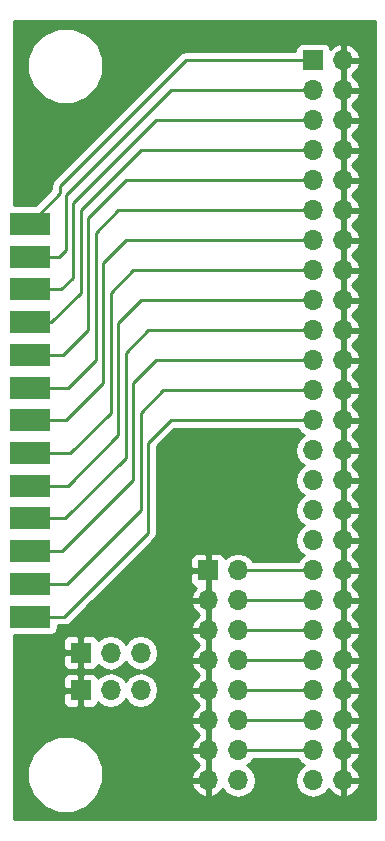
<source format=gbl>
G04 #@! TF.FileFunction,Copper,L2,Bot,Signal*
%FSLAX46Y46*%
G04 Gerber Fmt 4.6, Leading zero omitted, Abs format (unit mm)*
G04 Created by KiCad (PCBNEW 4.0.7) date Mon Nov 20 01:04:48 2017*
%MOMM*%
%LPD*%
G01*
G04 APERTURE LIST*
%ADD10C,0.100000*%
%ADD11R,3.480000X1.846667*%
%ADD12R,1.700000X1.700000*%
%ADD13O,1.700000X1.700000*%
%ADD14C,0.250000*%
%ADD15C,0.254000*%
G04 APERTURE END LIST*
D10*
D11*
X76980000Y-96410000D03*
X76980000Y-99180000D03*
X76980000Y-101950000D03*
X76980000Y-104720000D03*
X76980000Y-107490000D03*
X76980000Y-110260000D03*
X76980000Y-113030000D03*
X76980000Y-115800000D03*
X76980000Y-118570000D03*
X76980000Y-121340000D03*
X76980000Y-124110000D03*
X76980000Y-126880000D03*
X76980000Y-129650000D03*
D12*
X100965000Y-82550000D03*
D13*
X103505000Y-82550000D03*
X100965000Y-85090000D03*
X103505000Y-85090000D03*
X100965000Y-87630000D03*
X103505000Y-87630000D03*
X100965000Y-90170000D03*
X103505000Y-90170000D03*
X100965000Y-92710000D03*
X103505000Y-92710000D03*
X100965000Y-95250000D03*
X103505000Y-95250000D03*
X100965000Y-97790000D03*
X103505000Y-97790000D03*
X100965000Y-100330000D03*
X103505000Y-100330000D03*
X100965000Y-102870000D03*
X103505000Y-102870000D03*
X100965000Y-105410000D03*
X103505000Y-105410000D03*
X100965000Y-107950000D03*
X103505000Y-107950000D03*
X100965000Y-110490000D03*
X103505000Y-110490000D03*
X100965000Y-113030000D03*
X103505000Y-113030000D03*
X100965000Y-115570000D03*
X103505000Y-115570000D03*
X100965000Y-118110000D03*
X103505000Y-118110000D03*
X100965000Y-120650000D03*
X103505000Y-120650000D03*
X100965000Y-123190000D03*
X103505000Y-123190000D03*
X100965000Y-125730000D03*
X103505000Y-125730000D03*
X100965000Y-128270000D03*
X103505000Y-128270000D03*
X100965000Y-130810000D03*
X103505000Y-130810000D03*
X100965000Y-133350000D03*
X103505000Y-133350000D03*
X100965000Y-135890000D03*
X103505000Y-135890000D03*
X100965000Y-138430000D03*
X103505000Y-138430000D03*
X100965000Y-140970000D03*
X103505000Y-140970000D03*
X100965000Y-143510000D03*
X103505000Y-143510000D03*
D12*
X81280000Y-132715000D03*
D13*
X83820000Y-132715000D03*
X86360000Y-132715000D03*
D12*
X92075000Y-125730000D03*
D13*
X94615000Y-125730000D03*
X92075000Y-128270000D03*
X94615000Y-128270000D03*
X92075000Y-130810000D03*
X94615000Y-130810000D03*
X92075000Y-133350000D03*
X94615000Y-133350000D03*
X92075000Y-135890000D03*
X94615000Y-135890000D03*
X92075000Y-138430000D03*
X94615000Y-138430000D03*
X92075000Y-140970000D03*
X94615000Y-140970000D03*
X92075000Y-143510000D03*
X94615000Y-143510000D03*
D12*
X81280000Y-135890000D03*
D13*
X83820000Y-135890000D03*
X86360000Y-135890000D03*
D14*
X100965000Y-82550000D02*
X90170000Y-82550000D01*
X90170000Y-82550000D02*
X79559990Y-93160010D01*
X79559990Y-93160010D02*
X79559990Y-93795010D01*
X79559990Y-93795010D02*
X77470000Y-95885000D01*
X77470000Y-95885000D02*
X77470000Y-96410000D01*
X100965000Y-85090000D02*
X88900000Y-85090000D01*
X88900000Y-85090000D02*
X80010000Y-93980000D01*
X80010000Y-93980000D02*
X80010000Y-98630000D01*
X80010000Y-98630000D02*
X79460000Y-99180000D01*
X79460000Y-99180000D02*
X77470000Y-99180000D01*
X87630000Y-87630000D02*
X80645000Y-94615000D01*
X80645000Y-94615000D02*
X80645000Y-100965000D01*
X100965000Y-87630000D02*
X87630000Y-87630000D01*
X80645000Y-100965000D02*
X79660000Y-101950000D01*
X79660000Y-101950000D02*
X77470000Y-101950000D01*
X99762919Y-90170000D02*
X100965000Y-90170000D01*
X81280000Y-102235000D02*
X81280000Y-95250000D01*
X77470000Y-104720000D02*
X78795000Y-104720000D01*
X78795000Y-104720000D02*
X81280000Y-102235000D01*
X81280000Y-95250000D02*
X86360000Y-90170000D01*
X86360000Y-90170000D02*
X99762919Y-90170000D01*
X77470000Y-107490000D02*
X79835000Y-107490000D01*
X79835000Y-107490000D02*
X81915000Y-105410000D01*
X81915000Y-105410000D02*
X81915000Y-95885000D01*
X81915000Y-95885000D02*
X85090000Y-92710000D01*
X85090000Y-92710000D02*
X99762919Y-92710000D01*
X99762919Y-92710000D02*
X100965000Y-92710000D01*
X77470000Y-110260000D02*
X80240000Y-110260000D01*
X80240000Y-110260000D02*
X82550000Y-107950000D01*
X82550000Y-107950000D02*
X82550000Y-97155000D01*
X84455000Y-95250000D02*
X88265000Y-95250000D01*
X82550000Y-97155000D02*
X84455000Y-95250000D01*
X88265000Y-95250000D02*
X100965000Y-95250000D01*
X77470000Y-113030000D02*
X80010000Y-113030000D01*
X80010000Y-113030000D02*
X83185000Y-109855000D01*
X83185000Y-109855000D02*
X83185000Y-99695000D01*
X83185000Y-99695000D02*
X85090000Y-97790000D01*
X85090000Y-97790000D02*
X88265000Y-97790000D01*
X88265000Y-97790000D02*
X100965000Y-97790000D01*
X77470000Y-115800000D02*
X80415000Y-115800000D01*
X80415000Y-115800000D02*
X83820000Y-112395000D01*
X83820000Y-112395000D02*
X83820000Y-102235000D01*
X83820000Y-102235000D02*
X85725000Y-100330000D01*
X85725000Y-100330000D02*
X88265000Y-100330000D01*
X88265000Y-100330000D02*
X100965000Y-100330000D01*
X88265000Y-102870000D02*
X100965000Y-102870000D01*
X88265000Y-102870000D02*
X86360000Y-102870000D01*
X80185000Y-118570000D02*
X77470000Y-118570000D01*
X84455000Y-114300000D02*
X80185000Y-118570000D01*
X84455000Y-104775000D02*
X84455000Y-114300000D01*
X86360000Y-102870000D02*
X84455000Y-104775000D01*
X88265000Y-105410000D02*
X100965000Y-105410000D01*
X88265000Y-105410000D02*
X86995000Y-105410000D01*
X86995000Y-105410000D02*
X85090000Y-107315000D01*
X85090000Y-107315000D02*
X85090000Y-116205000D01*
X85090000Y-116205000D02*
X79955000Y-121340000D01*
X79955000Y-121340000D02*
X77470000Y-121340000D01*
X88265000Y-107950000D02*
X100965000Y-107950000D01*
X88265000Y-107950000D02*
X87630000Y-107950000D01*
X87630000Y-107950000D02*
X85725000Y-109855000D01*
X85725000Y-109855000D02*
X85725000Y-118110000D01*
X85725000Y-118110000D02*
X79725000Y-124110000D01*
X79725000Y-124110000D02*
X77470000Y-124110000D01*
X88265000Y-110490000D02*
X100965000Y-110490000D01*
X88265000Y-110490000D02*
X86360000Y-112395000D01*
X80130000Y-126880000D02*
X77470000Y-126880000D01*
X86360000Y-120650000D02*
X80130000Y-126880000D01*
X86360000Y-112395000D02*
X86360000Y-120650000D01*
X88900000Y-113030000D02*
X100164002Y-113030000D01*
X100164002Y-113030000D02*
X100965000Y-113030000D01*
X88900000Y-113030000D02*
X86995000Y-114935000D01*
X79900000Y-129650000D02*
X77470000Y-129650000D01*
X86995000Y-122555000D02*
X79900000Y-129650000D01*
X86995000Y-114935000D02*
X86995000Y-122555000D01*
X94615000Y-125730000D02*
X100965000Y-125730000D01*
X94615000Y-128270000D02*
X100965000Y-128270000D01*
X94615000Y-130810000D02*
X100965000Y-130810000D01*
X94615000Y-133350000D02*
X100965000Y-133350000D01*
X94615000Y-135890000D02*
X100965000Y-135890000D01*
X94615000Y-138430000D02*
X100965000Y-138430000D01*
X94615000Y-140970000D02*
X100965000Y-140970000D01*
D15*
G36*
X106206500Y-146832500D02*
X75626500Y-146832500D01*
X75626500Y-143669074D01*
X76752441Y-143669074D01*
X77242687Y-144855561D01*
X78149664Y-145764123D01*
X79335294Y-146256439D01*
X80619074Y-146257559D01*
X81805561Y-145767313D01*
X82714123Y-144860336D01*
X83126637Y-143866890D01*
X90633524Y-143866890D01*
X90803355Y-144276924D01*
X91193642Y-144705183D01*
X91718108Y-144951486D01*
X91948000Y-144830819D01*
X91948000Y-143637000D01*
X90754845Y-143637000D01*
X90633524Y-143866890D01*
X83126637Y-143866890D01*
X83206439Y-143674706D01*
X83207559Y-142390926D01*
X82767909Y-141326890D01*
X90633524Y-141326890D01*
X90803355Y-141736924D01*
X91193642Y-142165183D01*
X91352954Y-142240000D01*
X91193642Y-142314817D01*
X90803355Y-142743076D01*
X90633524Y-143153110D01*
X90754845Y-143383000D01*
X91948000Y-143383000D01*
X91948000Y-141097000D01*
X90754845Y-141097000D01*
X90633524Y-141326890D01*
X82767909Y-141326890D01*
X82717313Y-141204439D01*
X81810336Y-140295877D01*
X80624706Y-139803561D01*
X79340926Y-139802441D01*
X78154439Y-140292687D01*
X77245877Y-141199664D01*
X76753561Y-142385294D01*
X76752441Y-143669074D01*
X75626500Y-143669074D01*
X75626500Y-138786890D01*
X90633524Y-138786890D01*
X90803355Y-139196924D01*
X91193642Y-139625183D01*
X91352954Y-139700000D01*
X91193642Y-139774817D01*
X90803355Y-140203076D01*
X90633524Y-140613110D01*
X90754845Y-140843000D01*
X91948000Y-140843000D01*
X91948000Y-138557000D01*
X90754845Y-138557000D01*
X90633524Y-138786890D01*
X75626500Y-138786890D01*
X75626500Y-136175750D01*
X79795000Y-136175750D01*
X79795000Y-136866309D01*
X79891673Y-137099698D01*
X80070301Y-137278327D01*
X80303690Y-137375000D01*
X80994250Y-137375000D01*
X81153000Y-137216250D01*
X81153000Y-136017000D01*
X79953750Y-136017000D01*
X79795000Y-136175750D01*
X75626500Y-136175750D01*
X75626500Y-134913691D01*
X79795000Y-134913691D01*
X79795000Y-135604250D01*
X79953750Y-135763000D01*
X81153000Y-135763000D01*
X81153000Y-134563750D01*
X81407000Y-134563750D01*
X81407000Y-135763000D01*
X81427000Y-135763000D01*
X81427000Y-136017000D01*
X81407000Y-136017000D01*
X81407000Y-137216250D01*
X81565750Y-137375000D01*
X82256310Y-137375000D01*
X82489699Y-137278327D01*
X82668327Y-137099698D01*
X82740597Y-136925223D01*
X82769946Y-136969147D01*
X83251715Y-137291054D01*
X83820000Y-137404093D01*
X84388285Y-137291054D01*
X84870054Y-136969147D01*
X85090000Y-136639974D01*
X85309946Y-136969147D01*
X85791715Y-137291054D01*
X86360000Y-137404093D01*
X86928285Y-137291054D01*
X87410054Y-136969147D01*
X87731961Y-136487378D01*
X87779797Y-136246890D01*
X90633524Y-136246890D01*
X90803355Y-136656924D01*
X91193642Y-137085183D01*
X91352954Y-137160000D01*
X91193642Y-137234817D01*
X90803355Y-137663076D01*
X90633524Y-138073110D01*
X90754845Y-138303000D01*
X91948000Y-138303000D01*
X91948000Y-136017000D01*
X90754845Y-136017000D01*
X90633524Y-136246890D01*
X87779797Y-136246890D01*
X87845000Y-135919093D01*
X87845000Y-135860907D01*
X87731961Y-135292622D01*
X87410054Y-134810853D01*
X86928285Y-134488946D01*
X86360000Y-134375907D01*
X85791715Y-134488946D01*
X85309946Y-134810853D01*
X85090000Y-135140026D01*
X84870054Y-134810853D01*
X84388285Y-134488946D01*
X83820000Y-134375907D01*
X83251715Y-134488946D01*
X82769946Y-134810853D01*
X82740597Y-134854777D01*
X82668327Y-134680302D01*
X82489699Y-134501673D01*
X82256310Y-134405000D01*
X81565750Y-134405000D01*
X81407000Y-134563750D01*
X81153000Y-134563750D01*
X80994250Y-134405000D01*
X80303690Y-134405000D01*
X80070301Y-134501673D01*
X79891673Y-134680302D01*
X79795000Y-134913691D01*
X75626500Y-134913691D01*
X75626500Y-133000750D01*
X79795000Y-133000750D01*
X79795000Y-133691309D01*
X79891673Y-133924698D01*
X80070301Y-134103327D01*
X80303690Y-134200000D01*
X80994250Y-134200000D01*
X81153000Y-134041250D01*
X81153000Y-132842000D01*
X79953750Y-132842000D01*
X79795000Y-133000750D01*
X75626500Y-133000750D01*
X75626500Y-131738691D01*
X79795000Y-131738691D01*
X79795000Y-132429250D01*
X79953750Y-132588000D01*
X81153000Y-132588000D01*
X81153000Y-131388750D01*
X81407000Y-131388750D01*
X81407000Y-132588000D01*
X81427000Y-132588000D01*
X81427000Y-132842000D01*
X81407000Y-132842000D01*
X81407000Y-134041250D01*
X81565750Y-134200000D01*
X82256310Y-134200000D01*
X82489699Y-134103327D01*
X82668327Y-133924698D01*
X82740597Y-133750223D01*
X82769946Y-133794147D01*
X83251715Y-134116054D01*
X83820000Y-134229093D01*
X84388285Y-134116054D01*
X84870054Y-133794147D01*
X85090000Y-133464974D01*
X85309946Y-133794147D01*
X85791715Y-134116054D01*
X86360000Y-134229093D01*
X86928285Y-134116054D01*
X87410054Y-133794147D01*
X87468357Y-133706890D01*
X90633524Y-133706890D01*
X90803355Y-134116924D01*
X91193642Y-134545183D01*
X91352954Y-134620000D01*
X91193642Y-134694817D01*
X90803355Y-135123076D01*
X90633524Y-135533110D01*
X90754845Y-135763000D01*
X91948000Y-135763000D01*
X91948000Y-133477000D01*
X90754845Y-133477000D01*
X90633524Y-133706890D01*
X87468357Y-133706890D01*
X87731961Y-133312378D01*
X87845000Y-132744093D01*
X87845000Y-132685907D01*
X87731961Y-132117622D01*
X87410054Y-131635853D01*
X86928285Y-131313946D01*
X86360000Y-131200907D01*
X85791715Y-131313946D01*
X85309946Y-131635853D01*
X85090000Y-131965026D01*
X84870054Y-131635853D01*
X84388285Y-131313946D01*
X83820000Y-131200907D01*
X83251715Y-131313946D01*
X82769946Y-131635853D01*
X82740597Y-131679777D01*
X82668327Y-131505302D01*
X82489699Y-131326673D01*
X82256310Y-131230000D01*
X81565750Y-131230000D01*
X81407000Y-131388750D01*
X81153000Y-131388750D01*
X80994250Y-131230000D01*
X80303690Y-131230000D01*
X80070301Y-131326673D01*
X79891673Y-131505302D01*
X79795000Y-131738691D01*
X75626500Y-131738691D01*
X75626500Y-131220773D01*
X78720000Y-131220773D01*
X78955317Y-131176495D01*
X78970243Y-131166890D01*
X90633524Y-131166890D01*
X90803355Y-131576924D01*
X91193642Y-132005183D01*
X91352954Y-132080000D01*
X91193642Y-132154817D01*
X90803355Y-132583076D01*
X90633524Y-132993110D01*
X90754845Y-133223000D01*
X91948000Y-133223000D01*
X91948000Y-130937000D01*
X90754845Y-130937000D01*
X90633524Y-131166890D01*
X78970243Y-131166890D01*
X79171441Y-131037423D01*
X79316431Y-130825223D01*
X79367440Y-130573333D01*
X79367440Y-130410000D01*
X79900000Y-130410000D01*
X80190839Y-130352148D01*
X80437401Y-130187401D01*
X81997912Y-128626890D01*
X90633524Y-128626890D01*
X90803355Y-129036924D01*
X91193642Y-129465183D01*
X91352954Y-129540000D01*
X91193642Y-129614817D01*
X90803355Y-130043076D01*
X90633524Y-130453110D01*
X90754845Y-130683000D01*
X91948000Y-130683000D01*
X91948000Y-128397000D01*
X90754845Y-128397000D01*
X90633524Y-128626890D01*
X81997912Y-128626890D01*
X84609052Y-126015750D01*
X90590000Y-126015750D01*
X90590000Y-126706310D01*
X90686673Y-126939699D01*
X90865302Y-127118327D01*
X91074878Y-127205136D01*
X90803355Y-127503076D01*
X90633524Y-127913110D01*
X90754845Y-128143000D01*
X91948000Y-128143000D01*
X91948000Y-125857000D01*
X90748750Y-125857000D01*
X90590000Y-126015750D01*
X84609052Y-126015750D01*
X85871112Y-124753690D01*
X90590000Y-124753690D01*
X90590000Y-125444250D01*
X90748750Y-125603000D01*
X91948000Y-125603000D01*
X91948000Y-124403750D01*
X91789250Y-124245000D01*
X91098691Y-124245000D01*
X90865302Y-124341673D01*
X90686673Y-124520301D01*
X90590000Y-124753690D01*
X85871112Y-124753690D01*
X87532401Y-123092401D01*
X87697148Y-122845840D01*
X87755000Y-122555000D01*
X87755000Y-115249802D01*
X89214802Y-113790000D01*
X99692046Y-113790000D01*
X99885853Y-114080054D01*
X100215026Y-114300000D01*
X99885853Y-114519946D01*
X99563946Y-115001715D01*
X99450907Y-115570000D01*
X99563946Y-116138285D01*
X99885853Y-116620054D01*
X100215026Y-116840000D01*
X99885853Y-117059946D01*
X99563946Y-117541715D01*
X99450907Y-118110000D01*
X99563946Y-118678285D01*
X99885853Y-119160054D01*
X100215026Y-119380000D01*
X99885853Y-119599946D01*
X99563946Y-120081715D01*
X99450907Y-120650000D01*
X99563946Y-121218285D01*
X99885853Y-121700054D01*
X100215026Y-121920000D01*
X99885853Y-122139946D01*
X99563946Y-122621715D01*
X99450907Y-123190000D01*
X99563946Y-123758285D01*
X99885853Y-124240054D01*
X100215026Y-124460000D01*
X99885853Y-124679946D01*
X99692046Y-124970000D01*
X95887954Y-124970000D01*
X95694147Y-124679946D01*
X95212378Y-124358039D01*
X94644093Y-124245000D01*
X94585907Y-124245000D01*
X94017622Y-124358039D01*
X93535853Y-124679946D01*
X93531903Y-124685858D01*
X93463327Y-124520301D01*
X93284698Y-124341673D01*
X93051309Y-124245000D01*
X92360750Y-124245000D01*
X92202000Y-124403750D01*
X92202000Y-125603000D01*
X92222000Y-125603000D01*
X92222000Y-125857000D01*
X92202000Y-125857000D01*
X92202000Y-128143000D01*
X92222000Y-128143000D01*
X92222000Y-128397000D01*
X92202000Y-128397000D01*
X92202000Y-130683000D01*
X92222000Y-130683000D01*
X92222000Y-130937000D01*
X92202000Y-130937000D01*
X92202000Y-133223000D01*
X92222000Y-133223000D01*
X92222000Y-133477000D01*
X92202000Y-133477000D01*
X92202000Y-135763000D01*
X92222000Y-135763000D01*
X92222000Y-136017000D01*
X92202000Y-136017000D01*
X92202000Y-138303000D01*
X92222000Y-138303000D01*
X92222000Y-138557000D01*
X92202000Y-138557000D01*
X92202000Y-140843000D01*
X92222000Y-140843000D01*
X92222000Y-141097000D01*
X92202000Y-141097000D01*
X92202000Y-143383000D01*
X92222000Y-143383000D01*
X92222000Y-143637000D01*
X92202000Y-143637000D01*
X92202000Y-144830819D01*
X92431892Y-144951486D01*
X92956358Y-144705183D01*
X93346645Y-144276924D01*
X93346655Y-144276899D01*
X93535853Y-144560054D01*
X94017622Y-144881961D01*
X94585907Y-144995000D01*
X94644093Y-144995000D01*
X95212378Y-144881961D01*
X95694147Y-144560054D01*
X96016054Y-144078285D01*
X96129093Y-143510000D01*
X96016054Y-142941715D01*
X95694147Y-142459946D01*
X95364974Y-142240000D01*
X95694147Y-142020054D01*
X95887954Y-141730000D01*
X99692046Y-141730000D01*
X99885853Y-142020054D01*
X100215026Y-142240000D01*
X99885853Y-142459946D01*
X99563946Y-142941715D01*
X99450907Y-143510000D01*
X99563946Y-144078285D01*
X99885853Y-144560054D01*
X100367622Y-144881961D01*
X100935907Y-144995000D01*
X100994093Y-144995000D01*
X101562378Y-144881961D01*
X102044147Y-144560054D01*
X102233345Y-144276899D01*
X102233355Y-144276924D01*
X102623642Y-144705183D01*
X103148108Y-144951486D01*
X103378000Y-144830819D01*
X103378000Y-143637000D01*
X103632000Y-143637000D01*
X103632000Y-144830819D01*
X103861892Y-144951486D01*
X104386358Y-144705183D01*
X104776645Y-144276924D01*
X104946476Y-143866890D01*
X104825155Y-143637000D01*
X103632000Y-143637000D01*
X103378000Y-143637000D01*
X103358000Y-143637000D01*
X103358000Y-143383000D01*
X103378000Y-143383000D01*
X103378000Y-141097000D01*
X103632000Y-141097000D01*
X103632000Y-143383000D01*
X104825155Y-143383000D01*
X104946476Y-143153110D01*
X104776645Y-142743076D01*
X104386358Y-142314817D01*
X104227046Y-142240000D01*
X104386358Y-142165183D01*
X104776645Y-141736924D01*
X104946476Y-141326890D01*
X104825155Y-141097000D01*
X103632000Y-141097000D01*
X103378000Y-141097000D01*
X103358000Y-141097000D01*
X103358000Y-140843000D01*
X103378000Y-140843000D01*
X103378000Y-138557000D01*
X103632000Y-138557000D01*
X103632000Y-140843000D01*
X104825155Y-140843000D01*
X104946476Y-140613110D01*
X104776645Y-140203076D01*
X104386358Y-139774817D01*
X104227046Y-139700000D01*
X104386358Y-139625183D01*
X104776645Y-139196924D01*
X104946476Y-138786890D01*
X104825155Y-138557000D01*
X103632000Y-138557000D01*
X103378000Y-138557000D01*
X103358000Y-138557000D01*
X103358000Y-138303000D01*
X103378000Y-138303000D01*
X103378000Y-136017000D01*
X103632000Y-136017000D01*
X103632000Y-138303000D01*
X104825155Y-138303000D01*
X104946476Y-138073110D01*
X104776645Y-137663076D01*
X104386358Y-137234817D01*
X104227046Y-137160000D01*
X104386358Y-137085183D01*
X104776645Y-136656924D01*
X104946476Y-136246890D01*
X104825155Y-136017000D01*
X103632000Y-136017000D01*
X103378000Y-136017000D01*
X103358000Y-136017000D01*
X103358000Y-135763000D01*
X103378000Y-135763000D01*
X103378000Y-133477000D01*
X103632000Y-133477000D01*
X103632000Y-135763000D01*
X104825155Y-135763000D01*
X104946476Y-135533110D01*
X104776645Y-135123076D01*
X104386358Y-134694817D01*
X104227046Y-134620000D01*
X104386358Y-134545183D01*
X104776645Y-134116924D01*
X104946476Y-133706890D01*
X104825155Y-133477000D01*
X103632000Y-133477000D01*
X103378000Y-133477000D01*
X103358000Y-133477000D01*
X103358000Y-133223000D01*
X103378000Y-133223000D01*
X103378000Y-130937000D01*
X103632000Y-130937000D01*
X103632000Y-133223000D01*
X104825155Y-133223000D01*
X104946476Y-132993110D01*
X104776645Y-132583076D01*
X104386358Y-132154817D01*
X104227046Y-132080000D01*
X104386358Y-132005183D01*
X104776645Y-131576924D01*
X104946476Y-131166890D01*
X104825155Y-130937000D01*
X103632000Y-130937000D01*
X103378000Y-130937000D01*
X103358000Y-130937000D01*
X103358000Y-130683000D01*
X103378000Y-130683000D01*
X103378000Y-128397000D01*
X103632000Y-128397000D01*
X103632000Y-130683000D01*
X104825155Y-130683000D01*
X104946476Y-130453110D01*
X104776645Y-130043076D01*
X104386358Y-129614817D01*
X104227046Y-129540000D01*
X104386358Y-129465183D01*
X104776645Y-129036924D01*
X104946476Y-128626890D01*
X104825155Y-128397000D01*
X103632000Y-128397000D01*
X103378000Y-128397000D01*
X103358000Y-128397000D01*
X103358000Y-128143000D01*
X103378000Y-128143000D01*
X103378000Y-125857000D01*
X103632000Y-125857000D01*
X103632000Y-128143000D01*
X104825155Y-128143000D01*
X104946476Y-127913110D01*
X104776645Y-127503076D01*
X104386358Y-127074817D01*
X104227046Y-127000000D01*
X104386358Y-126925183D01*
X104776645Y-126496924D01*
X104946476Y-126086890D01*
X104825155Y-125857000D01*
X103632000Y-125857000D01*
X103378000Y-125857000D01*
X103358000Y-125857000D01*
X103358000Y-125603000D01*
X103378000Y-125603000D01*
X103378000Y-123317000D01*
X103632000Y-123317000D01*
X103632000Y-125603000D01*
X104825155Y-125603000D01*
X104946476Y-125373110D01*
X104776645Y-124963076D01*
X104386358Y-124534817D01*
X104227046Y-124460000D01*
X104386358Y-124385183D01*
X104776645Y-123956924D01*
X104946476Y-123546890D01*
X104825155Y-123317000D01*
X103632000Y-123317000D01*
X103378000Y-123317000D01*
X103358000Y-123317000D01*
X103358000Y-123063000D01*
X103378000Y-123063000D01*
X103378000Y-120777000D01*
X103632000Y-120777000D01*
X103632000Y-123063000D01*
X104825155Y-123063000D01*
X104946476Y-122833110D01*
X104776645Y-122423076D01*
X104386358Y-121994817D01*
X104227046Y-121920000D01*
X104386358Y-121845183D01*
X104776645Y-121416924D01*
X104946476Y-121006890D01*
X104825155Y-120777000D01*
X103632000Y-120777000D01*
X103378000Y-120777000D01*
X103358000Y-120777000D01*
X103358000Y-120523000D01*
X103378000Y-120523000D01*
X103378000Y-118237000D01*
X103632000Y-118237000D01*
X103632000Y-120523000D01*
X104825155Y-120523000D01*
X104946476Y-120293110D01*
X104776645Y-119883076D01*
X104386358Y-119454817D01*
X104227046Y-119380000D01*
X104386358Y-119305183D01*
X104776645Y-118876924D01*
X104946476Y-118466890D01*
X104825155Y-118237000D01*
X103632000Y-118237000D01*
X103378000Y-118237000D01*
X103358000Y-118237000D01*
X103358000Y-117983000D01*
X103378000Y-117983000D01*
X103378000Y-115697000D01*
X103632000Y-115697000D01*
X103632000Y-117983000D01*
X104825155Y-117983000D01*
X104946476Y-117753110D01*
X104776645Y-117343076D01*
X104386358Y-116914817D01*
X104227046Y-116840000D01*
X104386358Y-116765183D01*
X104776645Y-116336924D01*
X104946476Y-115926890D01*
X104825155Y-115697000D01*
X103632000Y-115697000D01*
X103378000Y-115697000D01*
X103358000Y-115697000D01*
X103358000Y-115443000D01*
X103378000Y-115443000D01*
X103378000Y-113157000D01*
X103632000Y-113157000D01*
X103632000Y-115443000D01*
X104825155Y-115443000D01*
X104946476Y-115213110D01*
X104776645Y-114803076D01*
X104386358Y-114374817D01*
X104227046Y-114300000D01*
X104386358Y-114225183D01*
X104776645Y-113796924D01*
X104946476Y-113386890D01*
X104825155Y-113157000D01*
X103632000Y-113157000D01*
X103378000Y-113157000D01*
X103358000Y-113157000D01*
X103358000Y-112903000D01*
X103378000Y-112903000D01*
X103378000Y-110617000D01*
X103632000Y-110617000D01*
X103632000Y-112903000D01*
X104825155Y-112903000D01*
X104946476Y-112673110D01*
X104776645Y-112263076D01*
X104386358Y-111834817D01*
X104227046Y-111760000D01*
X104386358Y-111685183D01*
X104776645Y-111256924D01*
X104946476Y-110846890D01*
X104825155Y-110617000D01*
X103632000Y-110617000D01*
X103378000Y-110617000D01*
X103358000Y-110617000D01*
X103358000Y-110363000D01*
X103378000Y-110363000D01*
X103378000Y-108077000D01*
X103632000Y-108077000D01*
X103632000Y-110363000D01*
X104825155Y-110363000D01*
X104946476Y-110133110D01*
X104776645Y-109723076D01*
X104386358Y-109294817D01*
X104227046Y-109220000D01*
X104386358Y-109145183D01*
X104776645Y-108716924D01*
X104946476Y-108306890D01*
X104825155Y-108077000D01*
X103632000Y-108077000D01*
X103378000Y-108077000D01*
X103358000Y-108077000D01*
X103358000Y-107823000D01*
X103378000Y-107823000D01*
X103378000Y-105537000D01*
X103632000Y-105537000D01*
X103632000Y-107823000D01*
X104825155Y-107823000D01*
X104946476Y-107593110D01*
X104776645Y-107183076D01*
X104386358Y-106754817D01*
X104227046Y-106680000D01*
X104386358Y-106605183D01*
X104776645Y-106176924D01*
X104946476Y-105766890D01*
X104825155Y-105537000D01*
X103632000Y-105537000D01*
X103378000Y-105537000D01*
X103358000Y-105537000D01*
X103358000Y-105283000D01*
X103378000Y-105283000D01*
X103378000Y-102997000D01*
X103632000Y-102997000D01*
X103632000Y-105283000D01*
X104825155Y-105283000D01*
X104946476Y-105053110D01*
X104776645Y-104643076D01*
X104386358Y-104214817D01*
X104227046Y-104140000D01*
X104386358Y-104065183D01*
X104776645Y-103636924D01*
X104946476Y-103226890D01*
X104825155Y-102997000D01*
X103632000Y-102997000D01*
X103378000Y-102997000D01*
X103358000Y-102997000D01*
X103358000Y-102743000D01*
X103378000Y-102743000D01*
X103378000Y-100457000D01*
X103632000Y-100457000D01*
X103632000Y-102743000D01*
X104825155Y-102743000D01*
X104946476Y-102513110D01*
X104776645Y-102103076D01*
X104386358Y-101674817D01*
X104227046Y-101600000D01*
X104386358Y-101525183D01*
X104776645Y-101096924D01*
X104946476Y-100686890D01*
X104825155Y-100457000D01*
X103632000Y-100457000D01*
X103378000Y-100457000D01*
X103358000Y-100457000D01*
X103358000Y-100203000D01*
X103378000Y-100203000D01*
X103378000Y-97917000D01*
X103632000Y-97917000D01*
X103632000Y-100203000D01*
X104825155Y-100203000D01*
X104946476Y-99973110D01*
X104776645Y-99563076D01*
X104386358Y-99134817D01*
X104227046Y-99060000D01*
X104386358Y-98985183D01*
X104776645Y-98556924D01*
X104946476Y-98146890D01*
X104825155Y-97917000D01*
X103632000Y-97917000D01*
X103378000Y-97917000D01*
X103358000Y-97917000D01*
X103358000Y-97663000D01*
X103378000Y-97663000D01*
X103378000Y-95377000D01*
X103632000Y-95377000D01*
X103632000Y-97663000D01*
X104825155Y-97663000D01*
X104946476Y-97433110D01*
X104776645Y-97023076D01*
X104386358Y-96594817D01*
X104227046Y-96520000D01*
X104386358Y-96445183D01*
X104776645Y-96016924D01*
X104946476Y-95606890D01*
X104825155Y-95377000D01*
X103632000Y-95377000D01*
X103378000Y-95377000D01*
X103358000Y-95377000D01*
X103358000Y-95123000D01*
X103378000Y-95123000D01*
X103378000Y-92837000D01*
X103632000Y-92837000D01*
X103632000Y-95123000D01*
X104825155Y-95123000D01*
X104946476Y-94893110D01*
X104776645Y-94483076D01*
X104386358Y-94054817D01*
X104227046Y-93980000D01*
X104386358Y-93905183D01*
X104776645Y-93476924D01*
X104946476Y-93066890D01*
X104825155Y-92837000D01*
X103632000Y-92837000D01*
X103378000Y-92837000D01*
X103358000Y-92837000D01*
X103358000Y-92583000D01*
X103378000Y-92583000D01*
X103378000Y-90297000D01*
X103632000Y-90297000D01*
X103632000Y-92583000D01*
X104825155Y-92583000D01*
X104946476Y-92353110D01*
X104776645Y-91943076D01*
X104386358Y-91514817D01*
X104227046Y-91440000D01*
X104386358Y-91365183D01*
X104776645Y-90936924D01*
X104946476Y-90526890D01*
X104825155Y-90297000D01*
X103632000Y-90297000D01*
X103378000Y-90297000D01*
X103358000Y-90297000D01*
X103358000Y-90043000D01*
X103378000Y-90043000D01*
X103378000Y-87757000D01*
X103632000Y-87757000D01*
X103632000Y-90043000D01*
X104825155Y-90043000D01*
X104946476Y-89813110D01*
X104776645Y-89403076D01*
X104386358Y-88974817D01*
X104227046Y-88900000D01*
X104386358Y-88825183D01*
X104776645Y-88396924D01*
X104946476Y-87986890D01*
X104825155Y-87757000D01*
X103632000Y-87757000D01*
X103378000Y-87757000D01*
X103358000Y-87757000D01*
X103358000Y-87503000D01*
X103378000Y-87503000D01*
X103378000Y-85217000D01*
X103632000Y-85217000D01*
X103632000Y-87503000D01*
X104825155Y-87503000D01*
X104946476Y-87273110D01*
X104776645Y-86863076D01*
X104386358Y-86434817D01*
X104227046Y-86360000D01*
X104386358Y-86285183D01*
X104776645Y-85856924D01*
X104946476Y-85446890D01*
X104825155Y-85217000D01*
X103632000Y-85217000D01*
X103378000Y-85217000D01*
X103358000Y-85217000D01*
X103358000Y-84963000D01*
X103378000Y-84963000D01*
X103378000Y-82677000D01*
X103632000Y-82677000D01*
X103632000Y-84963000D01*
X104825155Y-84963000D01*
X104946476Y-84733110D01*
X104776645Y-84323076D01*
X104386358Y-83894817D01*
X104227046Y-83820000D01*
X104386358Y-83745183D01*
X104776645Y-83316924D01*
X104946476Y-82906890D01*
X104825155Y-82677000D01*
X103632000Y-82677000D01*
X103378000Y-82677000D01*
X103358000Y-82677000D01*
X103358000Y-82423000D01*
X103378000Y-82423000D01*
X103378000Y-81229181D01*
X103632000Y-81229181D01*
X103632000Y-82423000D01*
X104825155Y-82423000D01*
X104946476Y-82193110D01*
X104776645Y-81783076D01*
X104386358Y-81354817D01*
X103861892Y-81108514D01*
X103632000Y-81229181D01*
X103378000Y-81229181D01*
X103148108Y-81108514D01*
X102623642Y-81354817D01*
X102436192Y-81560504D01*
X102418162Y-81464683D01*
X102279090Y-81248559D01*
X102066890Y-81103569D01*
X101815000Y-81052560D01*
X100115000Y-81052560D01*
X99879683Y-81096838D01*
X99663559Y-81235910D01*
X99518569Y-81448110D01*
X99467560Y-81700000D01*
X99467560Y-81790000D01*
X90170000Y-81790000D01*
X89879161Y-81847852D01*
X89632599Y-82012599D01*
X79022589Y-92622609D01*
X78857842Y-92869171D01*
X78799990Y-93160010D01*
X78799990Y-93480208D01*
X77440971Y-94839227D01*
X75626500Y-94839227D01*
X75626500Y-83669074D01*
X76752441Y-83669074D01*
X77242687Y-84855561D01*
X78149664Y-85764123D01*
X79335294Y-86256439D01*
X80619074Y-86257559D01*
X81805561Y-85767313D01*
X82714123Y-84860336D01*
X83206439Y-83674706D01*
X83207559Y-82390926D01*
X82717313Y-81204439D01*
X81810336Y-80295877D01*
X80624706Y-79803561D01*
X79340926Y-79802441D01*
X78154439Y-80292687D01*
X77245877Y-81199664D01*
X76753561Y-82385294D01*
X76752441Y-83669074D01*
X75626500Y-83669074D01*
X75626500Y-79252500D01*
X106206500Y-79252500D01*
X106206500Y-146832500D01*
X106206500Y-146832500D01*
G37*
X106206500Y-146832500D02*
X75626500Y-146832500D01*
X75626500Y-143669074D01*
X76752441Y-143669074D01*
X77242687Y-144855561D01*
X78149664Y-145764123D01*
X79335294Y-146256439D01*
X80619074Y-146257559D01*
X81805561Y-145767313D01*
X82714123Y-144860336D01*
X83126637Y-143866890D01*
X90633524Y-143866890D01*
X90803355Y-144276924D01*
X91193642Y-144705183D01*
X91718108Y-144951486D01*
X91948000Y-144830819D01*
X91948000Y-143637000D01*
X90754845Y-143637000D01*
X90633524Y-143866890D01*
X83126637Y-143866890D01*
X83206439Y-143674706D01*
X83207559Y-142390926D01*
X82767909Y-141326890D01*
X90633524Y-141326890D01*
X90803355Y-141736924D01*
X91193642Y-142165183D01*
X91352954Y-142240000D01*
X91193642Y-142314817D01*
X90803355Y-142743076D01*
X90633524Y-143153110D01*
X90754845Y-143383000D01*
X91948000Y-143383000D01*
X91948000Y-141097000D01*
X90754845Y-141097000D01*
X90633524Y-141326890D01*
X82767909Y-141326890D01*
X82717313Y-141204439D01*
X81810336Y-140295877D01*
X80624706Y-139803561D01*
X79340926Y-139802441D01*
X78154439Y-140292687D01*
X77245877Y-141199664D01*
X76753561Y-142385294D01*
X76752441Y-143669074D01*
X75626500Y-143669074D01*
X75626500Y-138786890D01*
X90633524Y-138786890D01*
X90803355Y-139196924D01*
X91193642Y-139625183D01*
X91352954Y-139700000D01*
X91193642Y-139774817D01*
X90803355Y-140203076D01*
X90633524Y-140613110D01*
X90754845Y-140843000D01*
X91948000Y-140843000D01*
X91948000Y-138557000D01*
X90754845Y-138557000D01*
X90633524Y-138786890D01*
X75626500Y-138786890D01*
X75626500Y-136175750D01*
X79795000Y-136175750D01*
X79795000Y-136866309D01*
X79891673Y-137099698D01*
X80070301Y-137278327D01*
X80303690Y-137375000D01*
X80994250Y-137375000D01*
X81153000Y-137216250D01*
X81153000Y-136017000D01*
X79953750Y-136017000D01*
X79795000Y-136175750D01*
X75626500Y-136175750D01*
X75626500Y-134913691D01*
X79795000Y-134913691D01*
X79795000Y-135604250D01*
X79953750Y-135763000D01*
X81153000Y-135763000D01*
X81153000Y-134563750D01*
X81407000Y-134563750D01*
X81407000Y-135763000D01*
X81427000Y-135763000D01*
X81427000Y-136017000D01*
X81407000Y-136017000D01*
X81407000Y-137216250D01*
X81565750Y-137375000D01*
X82256310Y-137375000D01*
X82489699Y-137278327D01*
X82668327Y-137099698D01*
X82740597Y-136925223D01*
X82769946Y-136969147D01*
X83251715Y-137291054D01*
X83820000Y-137404093D01*
X84388285Y-137291054D01*
X84870054Y-136969147D01*
X85090000Y-136639974D01*
X85309946Y-136969147D01*
X85791715Y-137291054D01*
X86360000Y-137404093D01*
X86928285Y-137291054D01*
X87410054Y-136969147D01*
X87731961Y-136487378D01*
X87779797Y-136246890D01*
X90633524Y-136246890D01*
X90803355Y-136656924D01*
X91193642Y-137085183D01*
X91352954Y-137160000D01*
X91193642Y-137234817D01*
X90803355Y-137663076D01*
X90633524Y-138073110D01*
X90754845Y-138303000D01*
X91948000Y-138303000D01*
X91948000Y-136017000D01*
X90754845Y-136017000D01*
X90633524Y-136246890D01*
X87779797Y-136246890D01*
X87845000Y-135919093D01*
X87845000Y-135860907D01*
X87731961Y-135292622D01*
X87410054Y-134810853D01*
X86928285Y-134488946D01*
X86360000Y-134375907D01*
X85791715Y-134488946D01*
X85309946Y-134810853D01*
X85090000Y-135140026D01*
X84870054Y-134810853D01*
X84388285Y-134488946D01*
X83820000Y-134375907D01*
X83251715Y-134488946D01*
X82769946Y-134810853D01*
X82740597Y-134854777D01*
X82668327Y-134680302D01*
X82489699Y-134501673D01*
X82256310Y-134405000D01*
X81565750Y-134405000D01*
X81407000Y-134563750D01*
X81153000Y-134563750D01*
X80994250Y-134405000D01*
X80303690Y-134405000D01*
X80070301Y-134501673D01*
X79891673Y-134680302D01*
X79795000Y-134913691D01*
X75626500Y-134913691D01*
X75626500Y-133000750D01*
X79795000Y-133000750D01*
X79795000Y-133691309D01*
X79891673Y-133924698D01*
X80070301Y-134103327D01*
X80303690Y-134200000D01*
X80994250Y-134200000D01*
X81153000Y-134041250D01*
X81153000Y-132842000D01*
X79953750Y-132842000D01*
X79795000Y-133000750D01*
X75626500Y-133000750D01*
X75626500Y-131738691D01*
X79795000Y-131738691D01*
X79795000Y-132429250D01*
X79953750Y-132588000D01*
X81153000Y-132588000D01*
X81153000Y-131388750D01*
X81407000Y-131388750D01*
X81407000Y-132588000D01*
X81427000Y-132588000D01*
X81427000Y-132842000D01*
X81407000Y-132842000D01*
X81407000Y-134041250D01*
X81565750Y-134200000D01*
X82256310Y-134200000D01*
X82489699Y-134103327D01*
X82668327Y-133924698D01*
X82740597Y-133750223D01*
X82769946Y-133794147D01*
X83251715Y-134116054D01*
X83820000Y-134229093D01*
X84388285Y-134116054D01*
X84870054Y-133794147D01*
X85090000Y-133464974D01*
X85309946Y-133794147D01*
X85791715Y-134116054D01*
X86360000Y-134229093D01*
X86928285Y-134116054D01*
X87410054Y-133794147D01*
X87468357Y-133706890D01*
X90633524Y-133706890D01*
X90803355Y-134116924D01*
X91193642Y-134545183D01*
X91352954Y-134620000D01*
X91193642Y-134694817D01*
X90803355Y-135123076D01*
X90633524Y-135533110D01*
X90754845Y-135763000D01*
X91948000Y-135763000D01*
X91948000Y-133477000D01*
X90754845Y-133477000D01*
X90633524Y-133706890D01*
X87468357Y-133706890D01*
X87731961Y-133312378D01*
X87845000Y-132744093D01*
X87845000Y-132685907D01*
X87731961Y-132117622D01*
X87410054Y-131635853D01*
X86928285Y-131313946D01*
X86360000Y-131200907D01*
X85791715Y-131313946D01*
X85309946Y-131635853D01*
X85090000Y-131965026D01*
X84870054Y-131635853D01*
X84388285Y-131313946D01*
X83820000Y-131200907D01*
X83251715Y-131313946D01*
X82769946Y-131635853D01*
X82740597Y-131679777D01*
X82668327Y-131505302D01*
X82489699Y-131326673D01*
X82256310Y-131230000D01*
X81565750Y-131230000D01*
X81407000Y-131388750D01*
X81153000Y-131388750D01*
X80994250Y-131230000D01*
X80303690Y-131230000D01*
X80070301Y-131326673D01*
X79891673Y-131505302D01*
X79795000Y-131738691D01*
X75626500Y-131738691D01*
X75626500Y-131220773D01*
X78720000Y-131220773D01*
X78955317Y-131176495D01*
X78970243Y-131166890D01*
X90633524Y-131166890D01*
X90803355Y-131576924D01*
X91193642Y-132005183D01*
X91352954Y-132080000D01*
X91193642Y-132154817D01*
X90803355Y-132583076D01*
X90633524Y-132993110D01*
X90754845Y-133223000D01*
X91948000Y-133223000D01*
X91948000Y-130937000D01*
X90754845Y-130937000D01*
X90633524Y-131166890D01*
X78970243Y-131166890D01*
X79171441Y-131037423D01*
X79316431Y-130825223D01*
X79367440Y-130573333D01*
X79367440Y-130410000D01*
X79900000Y-130410000D01*
X80190839Y-130352148D01*
X80437401Y-130187401D01*
X81997912Y-128626890D01*
X90633524Y-128626890D01*
X90803355Y-129036924D01*
X91193642Y-129465183D01*
X91352954Y-129540000D01*
X91193642Y-129614817D01*
X90803355Y-130043076D01*
X90633524Y-130453110D01*
X90754845Y-130683000D01*
X91948000Y-130683000D01*
X91948000Y-128397000D01*
X90754845Y-128397000D01*
X90633524Y-128626890D01*
X81997912Y-128626890D01*
X84609052Y-126015750D01*
X90590000Y-126015750D01*
X90590000Y-126706310D01*
X90686673Y-126939699D01*
X90865302Y-127118327D01*
X91074878Y-127205136D01*
X90803355Y-127503076D01*
X90633524Y-127913110D01*
X90754845Y-128143000D01*
X91948000Y-128143000D01*
X91948000Y-125857000D01*
X90748750Y-125857000D01*
X90590000Y-126015750D01*
X84609052Y-126015750D01*
X85871112Y-124753690D01*
X90590000Y-124753690D01*
X90590000Y-125444250D01*
X90748750Y-125603000D01*
X91948000Y-125603000D01*
X91948000Y-124403750D01*
X91789250Y-124245000D01*
X91098691Y-124245000D01*
X90865302Y-124341673D01*
X90686673Y-124520301D01*
X90590000Y-124753690D01*
X85871112Y-124753690D01*
X87532401Y-123092401D01*
X87697148Y-122845840D01*
X87755000Y-122555000D01*
X87755000Y-115249802D01*
X89214802Y-113790000D01*
X99692046Y-113790000D01*
X99885853Y-114080054D01*
X100215026Y-114300000D01*
X99885853Y-114519946D01*
X99563946Y-115001715D01*
X99450907Y-115570000D01*
X99563946Y-116138285D01*
X99885853Y-116620054D01*
X100215026Y-116840000D01*
X99885853Y-117059946D01*
X99563946Y-117541715D01*
X99450907Y-118110000D01*
X99563946Y-118678285D01*
X99885853Y-119160054D01*
X100215026Y-119380000D01*
X99885853Y-119599946D01*
X99563946Y-120081715D01*
X99450907Y-120650000D01*
X99563946Y-121218285D01*
X99885853Y-121700054D01*
X100215026Y-121920000D01*
X99885853Y-122139946D01*
X99563946Y-122621715D01*
X99450907Y-123190000D01*
X99563946Y-123758285D01*
X99885853Y-124240054D01*
X100215026Y-124460000D01*
X99885853Y-124679946D01*
X99692046Y-124970000D01*
X95887954Y-124970000D01*
X95694147Y-124679946D01*
X95212378Y-124358039D01*
X94644093Y-124245000D01*
X94585907Y-124245000D01*
X94017622Y-124358039D01*
X93535853Y-124679946D01*
X93531903Y-124685858D01*
X93463327Y-124520301D01*
X93284698Y-124341673D01*
X93051309Y-124245000D01*
X92360750Y-124245000D01*
X92202000Y-124403750D01*
X92202000Y-125603000D01*
X92222000Y-125603000D01*
X92222000Y-125857000D01*
X92202000Y-125857000D01*
X92202000Y-128143000D01*
X92222000Y-128143000D01*
X92222000Y-128397000D01*
X92202000Y-128397000D01*
X92202000Y-130683000D01*
X92222000Y-130683000D01*
X92222000Y-130937000D01*
X92202000Y-130937000D01*
X92202000Y-133223000D01*
X92222000Y-133223000D01*
X92222000Y-133477000D01*
X92202000Y-133477000D01*
X92202000Y-135763000D01*
X92222000Y-135763000D01*
X92222000Y-136017000D01*
X92202000Y-136017000D01*
X92202000Y-138303000D01*
X92222000Y-138303000D01*
X92222000Y-138557000D01*
X92202000Y-138557000D01*
X92202000Y-140843000D01*
X92222000Y-140843000D01*
X92222000Y-141097000D01*
X92202000Y-141097000D01*
X92202000Y-143383000D01*
X92222000Y-143383000D01*
X92222000Y-143637000D01*
X92202000Y-143637000D01*
X92202000Y-144830819D01*
X92431892Y-144951486D01*
X92956358Y-144705183D01*
X93346645Y-144276924D01*
X93346655Y-144276899D01*
X93535853Y-144560054D01*
X94017622Y-144881961D01*
X94585907Y-144995000D01*
X94644093Y-144995000D01*
X95212378Y-144881961D01*
X95694147Y-144560054D01*
X96016054Y-144078285D01*
X96129093Y-143510000D01*
X96016054Y-142941715D01*
X95694147Y-142459946D01*
X95364974Y-142240000D01*
X95694147Y-142020054D01*
X95887954Y-141730000D01*
X99692046Y-141730000D01*
X99885853Y-142020054D01*
X100215026Y-142240000D01*
X99885853Y-142459946D01*
X99563946Y-142941715D01*
X99450907Y-143510000D01*
X99563946Y-144078285D01*
X99885853Y-144560054D01*
X100367622Y-144881961D01*
X100935907Y-144995000D01*
X100994093Y-144995000D01*
X101562378Y-144881961D01*
X102044147Y-144560054D01*
X102233345Y-144276899D01*
X102233355Y-144276924D01*
X102623642Y-144705183D01*
X103148108Y-144951486D01*
X103378000Y-144830819D01*
X103378000Y-143637000D01*
X103632000Y-143637000D01*
X103632000Y-144830819D01*
X103861892Y-144951486D01*
X104386358Y-144705183D01*
X104776645Y-144276924D01*
X104946476Y-143866890D01*
X104825155Y-143637000D01*
X103632000Y-143637000D01*
X103378000Y-143637000D01*
X103358000Y-143637000D01*
X103358000Y-143383000D01*
X103378000Y-143383000D01*
X103378000Y-141097000D01*
X103632000Y-141097000D01*
X103632000Y-143383000D01*
X104825155Y-143383000D01*
X104946476Y-143153110D01*
X104776645Y-142743076D01*
X104386358Y-142314817D01*
X104227046Y-142240000D01*
X104386358Y-142165183D01*
X104776645Y-141736924D01*
X104946476Y-141326890D01*
X104825155Y-141097000D01*
X103632000Y-141097000D01*
X103378000Y-141097000D01*
X103358000Y-141097000D01*
X103358000Y-140843000D01*
X103378000Y-140843000D01*
X103378000Y-138557000D01*
X103632000Y-138557000D01*
X103632000Y-140843000D01*
X104825155Y-140843000D01*
X104946476Y-140613110D01*
X104776645Y-140203076D01*
X104386358Y-139774817D01*
X104227046Y-139700000D01*
X104386358Y-139625183D01*
X104776645Y-139196924D01*
X104946476Y-138786890D01*
X104825155Y-138557000D01*
X103632000Y-138557000D01*
X103378000Y-138557000D01*
X103358000Y-138557000D01*
X103358000Y-138303000D01*
X103378000Y-138303000D01*
X103378000Y-136017000D01*
X103632000Y-136017000D01*
X103632000Y-138303000D01*
X104825155Y-138303000D01*
X104946476Y-138073110D01*
X104776645Y-137663076D01*
X104386358Y-137234817D01*
X104227046Y-137160000D01*
X104386358Y-137085183D01*
X104776645Y-136656924D01*
X104946476Y-136246890D01*
X104825155Y-136017000D01*
X103632000Y-136017000D01*
X103378000Y-136017000D01*
X103358000Y-136017000D01*
X103358000Y-135763000D01*
X103378000Y-135763000D01*
X103378000Y-133477000D01*
X103632000Y-133477000D01*
X103632000Y-135763000D01*
X104825155Y-135763000D01*
X104946476Y-135533110D01*
X104776645Y-135123076D01*
X104386358Y-134694817D01*
X104227046Y-134620000D01*
X104386358Y-134545183D01*
X104776645Y-134116924D01*
X104946476Y-133706890D01*
X104825155Y-133477000D01*
X103632000Y-133477000D01*
X103378000Y-133477000D01*
X103358000Y-133477000D01*
X103358000Y-133223000D01*
X103378000Y-133223000D01*
X103378000Y-130937000D01*
X103632000Y-130937000D01*
X103632000Y-133223000D01*
X104825155Y-133223000D01*
X104946476Y-132993110D01*
X104776645Y-132583076D01*
X104386358Y-132154817D01*
X104227046Y-132080000D01*
X104386358Y-132005183D01*
X104776645Y-131576924D01*
X104946476Y-131166890D01*
X104825155Y-130937000D01*
X103632000Y-130937000D01*
X103378000Y-130937000D01*
X103358000Y-130937000D01*
X103358000Y-130683000D01*
X103378000Y-130683000D01*
X103378000Y-128397000D01*
X103632000Y-128397000D01*
X103632000Y-130683000D01*
X104825155Y-130683000D01*
X104946476Y-130453110D01*
X104776645Y-130043076D01*
X104386358Y-129614817D01*
X104227046Y-129540000D01*
X104386358Y-129465183D01*
X104776645Y-129036924D01*
X104946476Y-128626890D01*
X104825155Y-128397000D01*
X103632000Y-128397000D01*
X103378000Y-128397000D01*
X103358000Y-128397000D01*
X103358000Y-128143000D01*
X103378000Y-128143000D01*
X103378000Y-125857000D01*
X103632000Y-125857000D01*
X103632000Y-128143000D01*
X104825155Y-128143000D01*
X104946476Y-127913110D01*
X104776645Y-127503076D01*
X104386358Y-127074817D01*
X104227046Y-127000000D01*
X104386358Y-126925183D01*
X104776645Y-126496924D01*
X104946476Y-126086890D01*
X104825155Y-125857000D01*
X103632000Y-125857000D01*
X103378000Y-125857000D01*
X103358000Y-125857000D01*
X103358000Y-125603000D01*
X103378000Y-125603000D01*
X103378000Y-123317000D01*
X103632000Y-123317000D01*
X103632000Y-125603000D01*
X104825155Y-125603000D01*
X104946476Y-125373110D01*
X104776645Y-124963076D01*
X104386358Y-124534817D01*
X104227046Y-124460000D01*
X104386358Y-124385183D01*
X104776645Y-123956924D01*
X104946476Y-123546890D01*
X104825155Y-123317000D01*
X103632000Y-123317000D01*
X103378000Y-123317000D01*
X103358000Y-123317000D01*
X103358000Y-123063000D01*
X103378000Y-123063000D01*
X103378000Y-120777000D01*
X103632000Y-120777000D01*
X103632000Y-123063000D01*
X104825155Y-123063000D01*
X104946476Y-122833110D01*
X104776645Y-122423076D01*
X104386358Y-121994817D01*
X104227046Y-121920000D01*
X104386358Y-121845183D01*
X104776645Y-121416924D01*
X104946476Y-121006890D01*
X104825155Y-120777000D01*
X103632000Y-120777000D01*
X103378000Y-120777000D01*
X103358000Y-120777000D01*
X103358000Y-120523000D01*
X103378000Y-120523000D01*
X103378000Y-118237000D01*
X103632000Y-118237000D01*
X103632000Y-120523000D01*
X104825155Y-120523000D01*
X104946476Y-120293110D01*
X104776645Y-119883076D01*
X104386358Y-119454817D01*
X104227046Y-119380000D01*
X104386358Y-119305183D01*
X104776645Y-118876924D01*
X104946476Y-118466890D01*
X104825155Y-118237000D01*
X103632000Y-118237000D01*
X103378000Y-118237000D01*
X103358000Y-118237000D01*
X103358000Y-117983000D01*
X103378000Y-117983000D01*
X103378000Y-115697000D01*
X103632000Y-115697000D01*
X103632000Y-117983000D01*
X104825155Y-117983000D01*
X104946476Y-117753110D01*
X104776645Y-117343076D01*
X104386358Y-116914817D01*
X104227046Y-116840000D01*
X104386358Y-116765183D01*
X104776645Y-116336924D01*
X104946476Y-115926890D01*
X104825155Y-115697000D01*
X103632000Y-115697000D01*
X103378000Y-115697000D01*
X103358000Y-115697000D01*
X103358000Y-115443000D01*
X103378000Y-115443000D01*
X103378000Y-113157000D01*
X103632000Y-113157000D01*
X103632000Y-115443000D01*
X104825155Y-115443000D01*
X104946476Y-115213110D01*
X104776645Y-114803076D01*
X104386358Y-114374817D01*
X104227046Y-114300000D01*
X104386358Y-114225183D01*
X104776645Y-113796924D01*
X104946476Y-113386890D01*
X104825155Y-113157000D01*
X103632000Y-113157000D01*
X103378000Y-113157000D01*
X103358000Y-113157000D01*
X103358000Y-112903000D01*
X103378000Y-112903000D01*
X103378000Y-110617000D01*
X103632000Y-110617000D01*
X103632000Y-112903000D01*
X104825155Y-112903000D01*
X104946476Y-112673110D01*
X104776645Y-112263076D01*
X104386358Y-111834817D01*
X104227046Y-111760000D01*
X104386358Y-111685183D01*
X104776645Y-111256924D01*
X104946476Y-110846890D01*
X104825155Y-110617000D01*
X103632000Y-110617000D01*
X103378000Y-110617000D01*
X103358000Y-110617000D01*
X103358000Y-110363000D01*
X103378000Y-110363000D01*
X103378000Y-108077000D01*
X103632000Y-108077000D01*
X103632000Y-110363000D01*
X104825155Y-110363000D01*
X104946476Y-110133110D01*
X104776645Y-109723076D01*
X104386358Y-109294817D01*
X104227046Y-109220000D01*
X104386358Y-109145183D01*
X104776645Y-108716924D01*
X104946476Y-108306890D01*
X104825155Y-108077000D01*
X103632000Y-108077000D01*
X103378000Y-108077000D01*
X103358000Y-108077000D01*
X103358000Y-107823000D01*
X103378000Y-107823000D01*
X103378000Y-105537000D01*
X103632000Y-105537000D01*
X103632000Y-107823000D01*
X104825155Y-107823000D01*
X104946476Y-107593110D01*
X104776645Y-107183076D01*
X104386358Y-106754817D01*
X104227046Y-106680000D01*
X104386358Y-106605183D01*
X104776645Y-106176924D01*
X104946476Y-105766890D01*
X104825155Y-105537000D01*
X103632000Y-105537000D01*
X103378000Y-105537000D01*
X103358000Y-105537000D01*
X103358000Y-105283000D01*
X103378000Y-105283000D01*
X103378000Y-102997000D01*
X103632000Y-102997000D01*
X103632000Y-105283000D01*
X104825155Y-105283000D01*
X104946476Y-105053110D01*
X104776645Y-104643076D01*
X104386358Y-104214817D01*
X104227046Y-104140000D01*
X104386358Y-104065183D01*
X104776645Y-103636924D01*
X104946476Y-103226890D01*
X104825155Y-102997000D01*
X103632000Y-102997000D01*
X103378000Y-102997000D01*
X103358000Y-102997000D01*
X103358000Y-102743000D01*
X103378000Y-102743000D01*
X103378000Y-100457000D01*
X103632000Y-100457000D01*
X103632000Y-102743000D01*
X104825155Y-102743000D01*
X104946476Y-102513110D01*
X104776645Y-102103076D01*
X104386358Y-101674817D01*
X104227046Y-101600000D01*
X104386358Y-101525183D01*
X104776645Y-101096924D01*
X104946476Y-100686890D01*
X104825155Y-100457000D01*
X103632000Y-100457000D01*
X103378000Y-100457000D01*
X103358000Y-100457000D01*
X103358000Y-100203000D01*
X103378000Y-100203000D01*
X103378000Y-97917000D01*
X103632000Y-97917000D01*
X103632000Y-100203000D01*
X104825155Y-100203000D01*
X104946476Y-99973110D01*
X104776645Y-99563076D01*
X104386358Y-99134817D01*
X104227046Y-99060000D01*
X104386358Y-98985183D01*
X104776645Y-98556924D01*
X104946476Y-98146890D01*
X104825155Y-97917000D01*
X103632000Y-97917000D01*
X103378000Y-97917000D01*
X103358000Y-97917000D01*
X103358000Y-97663000D01*
X103378000Y-97663000D01*
X103378000Y-95377000D01*
X103632000Y-95377000D01*
X103632000Y-97663000D01*
X104825155Y-97663000D01*
X104946476Y-97433110D01*
X104776645Y-97023076D01*
X104386358Y-96594817D01*
X104227046Y-96520000D01*
X104386358Y-96445183D01*
X104776645Y-96016924D01*
X104946476Y-95606890D01*
X104825155Y-95377000D01*
X103632000Y-95377000D01*
X103378000Y-95377000D01*
X103358000Y-95377000D01*
X103358000Y-95123000D01*
X103378000Y-95123000D01*
X103378000Y-92837000D01*
X103632000Y-92837000D01*
X103632000Y-95123000D01*
X104825155Y-95123000D01*
X104946476Y-94893110D01*
X104776645Y-94483076D01*
X104386358Y-94054817D01*
X104227046Y-93980000D01*
X104386358Y-93905183D01*
X104776645Y-93476924D01*
X104946476Y-93066890D01*
X104825155Y-92837000D01*
X103632000Y-92837000D01*
X103378000Y-92837000D01*
X103358000Y-92837000D01*
X103358000Y-92583000D01*
X103378000Y-92583000D01*
X103378000Y-90297000D01*
X103632000Y-90297000D01*
X103632000Y-92583000D01*
X104825155Y-92583000D01*
X104946476Y-92353110D01*
X104776645Y-91943076D01*
X104386358Y-91514817D01*
X104227046Y-91440000D01*
X104386358Y-91365183D01*
X104776645Y-90936924D01*
X104946476Y-90526890D01*
X104825155Y-90297000D01*
X103632000Y-90297000D01*
X103378000Y-90297000D01*
X103358000Y-90297000D01*
X103358000Y-90043000D01*
X103378000Y-90043000D01*
X103378000Y-87757000D01*
X103632000Y-87757000D01*
X103632000Y-90043000D01*
X104825155Y-90043000D01*
X104946476Y-89813110D01*
X104776645Y-89403076D01*
X104386358Y-88974817D01*
X104227046Y-88900000D01*
X104386358Y-88825183D01*
X104776645Y-88396924D01*
X104946476Y-87986890D01*
X104825155Y-87757000D01*
X103632000Y-87757000D01*
X103378000Y-87757000D01*
X103358000Y-87757000D01*
X103358000Y-87503000D01*
X103378000Y-87503000D01*
X103378000Y-85217000D01*
X103632000Y-85217000D01*
X103632000Y-87503000D01*
X104825155Y-87503000D01*
X104946476Y-87273110D01*
X104776645Y-86863076D01*
X104386358Y-86434817D01*
X104227046Y-86360000D01*
X104386358Y-86285183D01*
X104776645Y-85856924D01*
X104946476Y-85446890D01*
X104825155Y-85217000D01*
X103632000Y-85217000D01*
X103378000Y-85217000D01*
X103358000Y-85217000D01*
X103358000Y-84963000D01*
X103378000Y-84963000D01*
X103378000Y-82677000D01*
X103632000Y-82677000D01*
X103632000Y-84963000D01*
X104825155Y-84963000D01*
X104946476Y-84733110D01*
X104776645Y-84323076D01*
X104386358Y-83894817D01*
X104227046Y-83820000D01*
X104386358Y-83745183D01*
X104776645Y-83316924D01*
X104946476Y-82906890D01*
X104825155Y-82677000D01*
X103632000Y-82677000D01*
X103378000Y-82677000D01*
X103358000Y-82677000D01*
X103358000Y-82423000D01*
X103378000Y-82423000D01*
X103378000Y-81229181D01*
X103632000Y-81229181D01*
X103632000Y-82423000D01*
X104825155Y-82423000D01*
X104946476Y-82193110D01*
X104776645Y-81783076D01*
X104386358Y-81354817D01*
X103861892Y-81108514D01*
X103632000Y-81229181D01*
X103378000Y-81229181D01*
X103148108Y-81108514D01*
X102623642Y-81354817D01*
X102436192Y-81560504D01*
X102418162Y-81464683D01*
X102279090Y-81248559D01*
X102066890Y-81103569D01*
X101815000Y-81052560D01*
X100115000Y-81052560D01*
X99879683Y-81096838D01*
X99663559Y-81235910D01*
X99518569Y-81448110D01*
X99467560Y-81700000D01*
X99467560Y-81790000D01*
X90170000Y-81790000D01*
X89879161Y-81847852D01*
X89632599Y-82012599D01*
X79022589Y-92622609D01*
X78857842Y-92869171D01*
X78799990Y-93160010D01*
X78799990Y-93480208D01*
X77440971Y-94839227D01*
X75626500Y-94839227D01*
X75626500Y-83669074D01*
X76752441Y-83669074D01*
X77242687Y-84855561D01*
X78149664Y-85764123D01*
X79335294Y-86256439D01*
X80619074Y-86257559D01*
X81805561Y-85767313D01*
X82714123Y-84860336D01*
X83206439Y-83674706D01*
X83207559Y-82390926D01*
X82717313Y-81204439D01*
X81810336Y-80295877D01*
X80624706Y-79803561D01*
X79340926Y-79802441D01*
X78154439Y-80292687D01*
X77245877Y-81199664D01*
X76753561Y-82385294D01*
X76752441Y-83669074D01*
X75626500Y-83669074D01*
X75626500Y-79252500D01*
X106206500Y-79252500D01*
X106206500Y-146832500D01*
M02*

</source>
